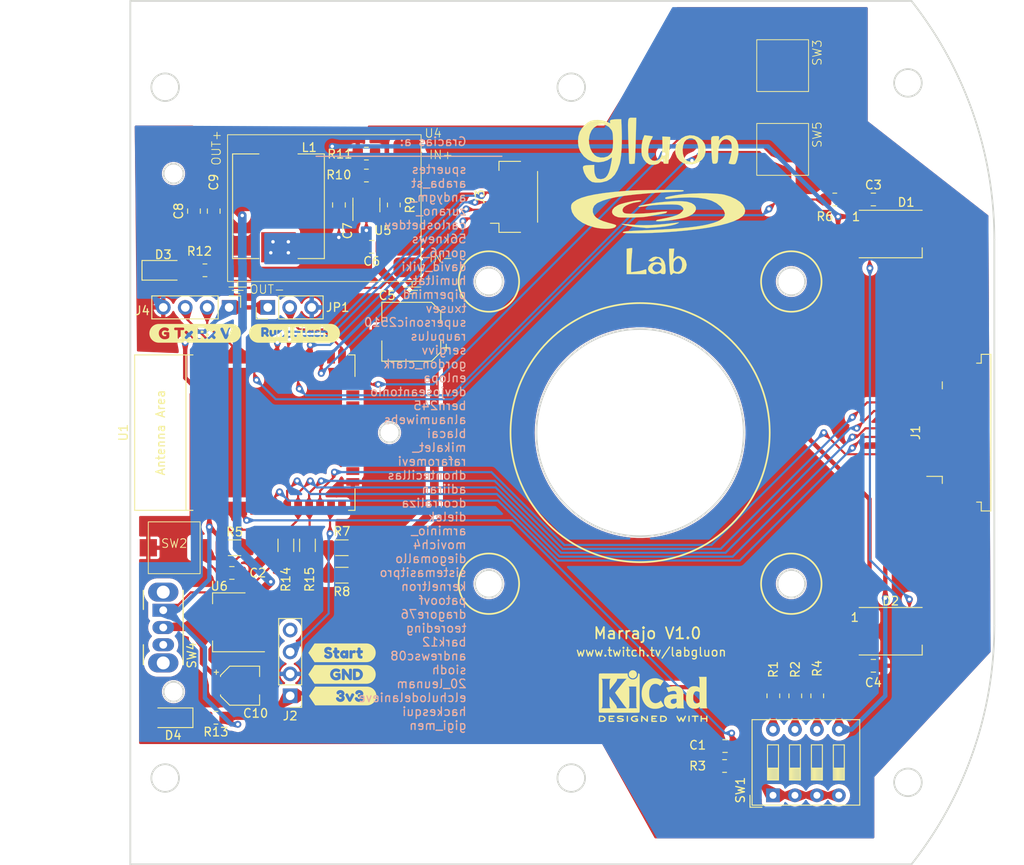
<source format=kicad_pcb>
(kicad_pcb (version 20240108) (generator "pcbnew") (generator_version "8.0")
  (layers (0 "F.Cu" signal) (31 "B.Cu" signal) (34 "B.Paste" user) (35 "F.Paste" user) (36 "B.SilkS" user "B.Silkscreen") (37 "F.SilkS" user "F.Silkscreen") (38 "B.Mask" user) (39 "F.Mask" user) (44 "Edge.Cuts" user))
  (net 0 "")
  (net 1 "Net-(U1-EN{slash}CHIP_PU)")
  (net 2 "GND")
  (net 3 "+5V")
  (net 4 "Net-(U5-SW)")
  (net 5 "Net-(U5-VBST)")
  (net 6 "/V_BATT")
  (net 7 "/Power/3v3")
  (net 8 "/CONFIG")
  (net 9 "Net-(D1-DOUT)")
  (net 10 "Net-(D1-DIN)")
  (net 11 "+3V3")
  (net 12 "/START")
  (net 13 "/KILL")
  (net 14 "/MOSFET_PWM")
  (net 15 "/V1")
  (net 16 "/V2")
  (net 17 "/SCL")
  (net 18 "/SDA")
  (net 21 "/MOTOR_1")
  (net 22 "/MOTOR_2")
  (net 23 "/MOTOR_3")
  (net 24 "/MOTOR_4")
  (net 25 "/ENC_1A")
  (net 26 "/ENC_1B")
  (net 27 "/ENC_2A")
  (net 28 "/ENC_2B")
  (net 31 "/V_BATT_SENSE")
  (net 32 "Net-(R1-Pad1)")
  (net 33 "Net-(R2-Pad1)")
  (net 34 "Net-(R4-Pad1)")
  (net 35 "Net-(U5-EN)")
  (net 36 "Net-(U1-GPIO5)")
  (net 37 "Net-(U1-ADC2_CH2{slash}GPIO2)")
  (net 38 "Net-(U5-VFB)")
  (net 49 "/UART_RX")
  (net 52 "/UART_TX")
  (net 53 "/BOOT_SELECT")
  (net 54 "/RGB_PIN")
  (net 55 "Net-(D3-A)")
  (net 56 "Net-(D4-A)")
  (footprint "Resistor_SMD:R_1206_3216Metric_Pad1.30x1.75mm_HandSolder" (layer "F.Cu") (at 107.095 105.735 180)
    (property "Reference" "R5")
    (property "Value" "10k")
  )
  (footprint "Resistor_SMD:R_0805_2012Metric_Pad1.20x1.40mm_HandSolder" (layer "F.Cu") (at 163.81 131.008)
    (property "Reference" "R3")
    (property "Value" "2k2")
  )
  (footprint "Capacitor_SMD:CP_Elec_4x5.3" (layer "F.Cu") (at 107.73 121.707)
    (property "Reference" "C10")
    (property "Value" "C_Polarized_US")
  )
  (footprint "Connector_PinHeader_2.54mm:PinHeader_1x04_P2.54mm_Vertical" (layer "F.Cu") (at 113.53 122.88 180)
    (property "Reference" "J2")
    (property "Value" "StartModule")
  )
  (footprint "Resistor_SMD:R_0805_2012Metric_Pad1.20x1.40mm_HandSolder" (layer "F.Cu") (at 103.666 73.604 180)
    (property "Reference" "R12")
    (property "Value" "4k7")
  )
  (footprint "kibuzzard-65DCBF71" (layer "F.Cu") (at 114.03 80.9)
    (property "Reference" "kibuzzard-65DCBF71" (hide yes))
    (property "Value" "G***" (hide yes))
  )
  (footprint "switches:SKPMANE010 _Silicone_6x6mm" (layer "F.Cu") (at 170.53 49.9 90)
    (property "Reference" "SW3")
    (property "Value" "Push2")
  )
  (footprint "switches:SS12D07VG2" (layer "F.Cu") (at 98.84 112.97 -90)
    (property "Reference" "SW4")
    (property "Value" "SW_Push_SPDT")
  )
  (footprint "switches:SKPMANE010 _Silicone_6x6mm" (layer "F.Cu") (at 170.53 59.6 90)
    (property "Reference" "SW5")
    (property "Value" "Start")
  )
  (footprint "LED_SMD:LED_1206_3216Metric_Pad1.42x1.75mm_HandSolder" (layer "F.Cu") (at 99.811 125.42 180)
    (property "Reference" "D4")
    (property "Value" "3v3")
  )
  (footprint "Capacitor_SMD:C_0805_2012Metric_Pad1.18x1.45mm_HandSolder" (layer "F.Cu") (at 122.97 70.884 180)
    (property "Reference" "C6")
    (property "Value" "22u")
  )
  (footprint "Button_Switch_THT:SW_DIP_SPSTx04_Slide_9.78x12.34mm_W7.62mm_P2.54mm" (layer "F.Cu") (at 169.41 134.4 90)
    (property "Reference" "SW1")
    (property "Value" "SW_DIP_x04")
  )
  (footprint "Resistor_SMD:R_0805_2012Metric_Pad1.20x1.40mm_HandSolder" (layer "F.Cu") (at 174.532 122.88 90)
    (property "Reference" "R4")
    (property "Value" "1k")
  )
  (footprint "Capacitor_SMD:C_0805_2012Metric_Pad1.18x1.45mm_HandSolder" (layer "F.Cu") (at 104.682 66.746 -90)
    (property "Reference" "C9")
    (property "Value" "22u")
  )
  (footprint "Capacitor_SMD:CP_Elec_6.3x5.4" (layer "F.Cu") (at 127.548 80.716 180)
    (property "Reference" "C5")
    (property "Value" "100u")
  )
  (footprint "LED_SMD:LED_WS2812B_PLCC4_5.0x5.0mm_P3.2mm" (layer "F.Cu") (at 183.03 69.4)
    (property "Reference" "D1")
    (property "Value" "WS2812B")
  )
  (footprint "Resistor_SMD:R_0805_2012Metric_Pad1.20x1.40mm_HandSolder" (layer "F.Cu") (at 171.992 122.88 90)
    (property "Reference" "R2")
    (property "Value" "2k2")
  )
  (footprint "Resistor_SMD:R_1206_3216Metric_Pad1.30x1.75mm_HandSolder" (layer "F.Cu") (at 119.515 108.91)
    (property "Reference" "R8")
    (property "Value" "10k")
  )
  (footprint "Capacitor_SMD:C_0805_2012Metric_Pad1.18x1.45mm_HandSolder" (layer "F.Cu") (at 106.78 108.65)
    (property "Reference" "C2")
    (property "Value" "100nF")
  )
  (footprint "Package_TO_SOT_SMD:SOT-23-6" (layer "F.Cu") (at 122.351 66.0365 90)
    (property "Reference" "U5")
    (property "Value" "TPS563201")
  )
  (footprint "Capacitor_SMD:C_0805_2012Metric_Pad1.18x1.45mm_HandSolder" (layer "F.Cu") (at 181.03 119.4)
    (property "Reference" "C4")
    (property "Value" "100nF")
  )
  (footprint "kibuzzard-65DCBFCA" (layer "F.Cu") (at 102.53 80.9)
    (property "Reference" "kibuzzard-65DCBFCA" (hide yes))
    (property "Value" "G***" (hide yes))
  )
  (footprint "LED_SMD:LED_WS2812B_PLCC4_5.0x5.0mm_P3.2mm" (layer "F.Cu") (at 183.03 115.4)
    (property "Reference" "D2")
    (property "Value" "WS2812B")
  )
  (footprint "kibuzzard-65DCBE20" (layer "F.Cu") (at 119.53 117.9)
    (property "Reference" "kibuzzard-65DCBE20" (hide yes))
    (property "Value" "G***" (hide yes))
  )
  (footprint "LED_SMD:LED_1206_3216Metric_Pad1.42x1.75mm_HandSolder" (layer "F.Cu") (at 98.84 73.604)
    (property "Reference" "D3")
    (property "Value" "vBatt")
  )
  (footprint "Resistor_SMD:R_0805_2012Metric_Pad1.20x1.40mm_HandSolder" (layer "F.Cu") (at 122.351 60.089 180)
    (property "Reference" "R11")
    (property "Value" "54k9")
  )
  (footprint "GluonLib:LogoGluon_25mm" (layer "F.Cu") (at 156.03 64.4)
    (property "Reference" "G***" (hide yes))
    (property "Value" "LOGO" (hide yes))
  )
  (footprint "Resistor_SMD:R_0805_2012Metric_Pad1.20x1.40mm_HandSolder" (layer "F.Cu") (at 125.526 66.0365 -90)
    (property "Reference" "R9")
    (property "Value" "10k")
  )
  (footprint "Resistor_SMD:R_1206_3216Metric_Pad1.30x1.75mm_HandSolder" (layer "F.Cu") (at 119.515 105.735 180)
    (property "Reference" "R7")
    (property "Value" "47k")
  )
  (footprint "Capacitor_SMD:C_0805_2012Metric_Pad1.18x1.45mm_HandSolder" (layer "F.Cu") (at 119.176 66.0365 -90)
    (property "Reference" "C7")
    (property "Value" "100n")
  )
  (footprint "kibuzzard-65DCBE28" (layer "F.Cu") (at 119.605406 122.9)
    (property "Reference" "kibuzzard-65DCBE28" (hide yes))
    (property "Value" "G***" (hide yes))
  )
  (footprint "Capacitor_SMD:C_0805_2012Metric_Pad1.18x1.45mm_HandSolder" (layer "F.Cu") (at 181.03 65.4)
    (property "Reference" "C3")
    (property "Value" "100nF")
  )
  (footprint "kibuzzard-65DCBE24" (layer "F.Cu") (at 119.53 120.4)
    (property "Reference" "kibuzzard-65DCBE24" (hide yes))
    (property "Value" "G***" (hide yes))
  )
  (footprint "modulos:5v-Reg" (layer "F.Cu") (at 117.485 66.4)
    (property "Reference" "U4")
    (property "Value" "~")
  )
  (footprint "Resistor_SMD:R_1206_3216Metric_Pad1.30x1.75mm_HandSolder" (layer "F.Cu") (at 115.53 105.45 -90)
    (property "Reference" "R15")
    (property "Value" "2k")
  )
  (footprint "switches:SKPMANE010 _Silicone_6x6mm" (layer "F.Cu") (at 100.11 105.735)
    (property "Reference" "SW2")
    (property "Value" "SW_Push")
  )
  (footprint "Espressif:ESP32-WROOM-32E" (layer "F.Cu") (at 110.03 92.4 90)
    (property "Reference" "U1")
    (property "Value" "ESP32-WROOM-E")
  )
  (footprint "Inductor_SMD:L_Chilisin_BMRF00101040" (layer "F.Cu") (at 112.175 66.185 90)
    (property "Reference" "L1")
    (property "Value" "3u3")
  )
  (footprint "Resistor_SMD:R_1206_3216Metric_Pad1.30x1.75mm_HandSolder" (layer "F.Cu") (at 113.03 105.45 -90)
    (property "Reference" "R14")
    (property "Value" "2k")
  )
  (footprint "Package_TO_SOT_SMD:SOT-223-3_TabPin2" (layer "F.Cu") (at 106.46 114.367 180)
    (property "Reference" "U6")
    (property "Value" "AMS1117-3.3")
  )
  (footprint "Symbol:KiCad-Logo2_5mm_SilkScreen" (layer "F.Cu") (at 155.53 122.9)
    (property "Reference" "REF**" (hide yes))
    (property "Value" "KiCad-Logo2_5mm_SilkScreen" (hide yes))
  )
  (footprint "Connector_FFC-FPC:TE_1-84952-0_1x10-1MP_P1.0mm_Horizontal" (layer "F.Cu") (at 189.915 92.4 90)
    (property "Reference" "J1")
    (property "Value" "Morro")
  )
  (footprint "Connector_PinHeader_2.54mm:PinHeader_1x04_P2.54mm_Vertical" (layer "F.Cu") (at 106.465 77.9 -90)
    (property "Reference" "J4")
    (property "Value" "UART")
  )
  (footprint "Connector_PinHeader_2.54mm:PinHeader_1x03_P2.54mm_Vertical" (layer "F.Cu") (at 110.935 77.9 90)
    (property "Reference" "JP1")
    (property "Value" "BOOT_SELECT")
  )
  (footprint "Connector_JST:JST_SH_SM06B-SRSS-TB_1x06-1MP_P1.00mm_Horizontal" (layer "F.Cu") (at 139.48 65.095 90)
    (property "Reference" "J3")
    (property "Value" "4en1")
  )
  (footprint "Resistor_SMD:R_0805_2012Metric_Pad1.20x1.40mm_HandSolder" (layer "F.Cu") (at 122.351 62.629 180)
    (property "Reference" "R10")
    (property "Value" "10k")
  )
  (footprint "Resistor_SMD:R_0805_2012Metric_Pad1.20x1.40mm_HandSolder" (layer "F.Cu") (at 169.452 122.88 90)
    (property "Reference" "R1")
    (property "Value" "4k7")
  )
  (footprint "Capacitor_SMD:C_0805_2012Metric_Pad1.18x1.45mm_HandSolder" (layer "F.Cu") (at 163.864 128.7 180)
    (property "Reference" "C1")
    (property "Value" "100nF")
  )
  (footprint "Capacitor_SMD:C_0805_2012Metric_Pad1.18x1.45mm_HandSolder" (layer "F.Cu") (at 102.396 66.746 -90)
    (property "Reference" "C8")
    (property "Value" "22u")
  )
  (footprint "Resistor_SMD:R_0805_2012Metric_Pad1.20x1.40mm_HandSolder" (layer "F.Cu") (at 176.564 65.405 180)
    (property "Reference" "R6")
    (property "Value" "470")
  )
  (footprint "Resistor_SMD:R_0805_2012Metric_Pad1.20x1.40mm_HandSolder" (layer "F.Cu") (at 104.936 125.42 180)
    (property "Reference" "R13")
    (property "Value" "1k")
  )
  (gr_line (start 138.03 60.4) (end 116.53 60.4) (stroke (width 0.15)) (layer "B.SilkS"))
  (gr_circle (center 136.53 74.9) (end 140.03 74.9) (stroke (width 0.2)) (fill none) (layer "F.SilkS"))
  (gr_circle (center 154.03 92.4) (end 169.03 92.4) (stroke (width 0.2)) (fill none) (layer "F.SilkS"))
  (gr_circle (center 171.53 109.9) (end 175.03 109.9) (stroke (width 0.2)) (fill none) (layer "F.SilkS"))
  (gr_circle (center 136.53 109.9) (end 140.03 109.9) (stroke (width 0.2)) (fill none) (layer "F.SilkS"))
  (gr_circle (center 171.53 74.9) (end 175.03 74.9) (stroke (width 0.2)) (fill none) (layer "F.SilkS"))
  (gr_circle (center 146.06 52.4) (end 146.06 54) (stroke (width 0.2)) (fill none) (layer "Edge.Cuts"))
  (gr_circle (center 185.03 51.9) (end 185.03 53.5) (stroke (width 0.2)) (fill none) (layer "Edge.Cuts"))
  (gr_circle (center 185.03 132.9) (end 185.03 134.5) (stroke (width 0.2)) (fill none) (layer "Edge.Cuts"))
  (gr_circle (center 99.06 132.4) (end 99.06 134) (stroke (width 0.2)) (fill none) (layer "Edge.Cuts"))
  (gr_circle (center 99.06 52.4) (end 99.06 54) (stroke (width 0.2)) (fill none) (layer "Edge.Cuts"))
  (gr_circle (center 136.53 74.9) (end 136.53 76.5) (stroke (width 0.2)) (fill none) (layer "Edge.Cuts"))
  (gr_circle (center 171.53 109.9) (end 171.53 111.5) (stroke (width 0.2)) (fill none) (layer "Edge.Cuts"))
  (gr_arc (start 185.429304 42.4) (mid 192.561491 55.409678) (end 195.03 70.039314) (stroke (width 0.2)) (layer "Edge.Cuts"))
  (gr_circle (center 146.06 132.4) (end 146.06 134) (stroke (width 0.2)) (fill none) (layer "Edge.Cuts"))
  (gr_line (start 95.03 42.4) (end 95.03 142.4) (stroke (width 0.2)) (layer "Edge.Cuts"))
  (gr_circle (center 125.03 92.4) (end 125.03 93.55) (stroke (width 0.2)) (fill none) (layer "Edge.Cuts"))
  (gr_line (start 195.03 70.039314) (end 195.03 114.76068) (stroke (width 0.2)) (layer "Edge.Cuts"))
  (gr_line (start 95.03 42.4) (end 185.429304 42.4) (stroke (width 0.2)) (layer "Edge.Cuts"))
  (gr_line (start 95.03 142.4) (end 185.429305 142.4) (stroke (width 0.2)) (layer "Edge.Cuts"))
  (gr_circle (center 154.03 92.4) (end 154.03 104.4) (stroke (width 0.2)) (fill none) (layer "Edge.Cuts"))
  (gr_circle (center 171.53 74.9) (end 171.53 76.5) (stroke (width 0.2)) (fill none) (layer "Edge.Cuts"))
  (gr_arc (start 195.03 114.76068) (mid 192.561491 129.390319) (end 185.429305 142.4) (stroke (width 0.2)) (layer "Edge.Cuts"))
  (gr_circle (center 100.03 62.4) (end 100.03 63.55) (stroke (width 0.2)) (fill none) (layer "Edge.Cuts"))
  (gr_circle (center 100.03 122.4) (end 100.03 123.55) (stroke (width 0.2)) (fill none) (layer "Edge.Cuts"))
  (gr_circle (center 136.53 109.9) (end 136.53 111.5) (stroke (width 0.2)) (fill none) (layer "Edge.Cuts"))
  (gr_text "Gracias a:\n\nspuertes\naraba_st\nandygm_\nzurano_\ncarlosbetdev\n56knews\ngorn6_\ndavid_wiki\nhumiltat\npipermind\ntxusev\nsupersonic2510\nraupulus\nsergivv\ngordon_clark\nenlopa\ndevjoseantonio\nbern245\nalnaumiwebs\nblacai\nmikalet_\nrafaromevi\ndhontecillas\nadiiran\ndcorraliza\ndielek\narminio_\nmovich4\ndiegomallo\nsistemasitpro\nkerneltron\npatoovf\ndragore76\nteoreding\nbark12\nandrewsc08\nsiodh\n20_leunam\nelchulodelanieve\nhackesqui\ngigi_men" (at 134.03 126.9 0) (layer "B.SilkS") (effects (font (size 1 1)) (justify left bottom mirror)))
  (gr_text "Marrajo V1.0" (at 148.53 116.4 0) (layer "F.SilkS") (effects (font (size 1.3 1.3) (thickness 0.2)) (justify left bottom)))
  (gr_text "www.twitch.tv/labgluon" (at 146.53 118.4 0) (layer "F.SilkS") (effects (font (size 1 1)) (justify left bottom)))
  (segment (start 103.11 106.5175) (end 103.11 105.735) (width 0.25) (layer "F.Cu") (net 1))
  (segment (start 105.56 102.65) (end 108.645 105.735) (width 0.25) (layer "F.Cu") (net 1))
  (segment (start 103.11 105.735) (end 104.435 107.06) (width 0.25) (layer "F.Cu") (net 1))
  (segment (start 104.435 107.06) (end 107.32 107.06) (width 0.25) (layer "F.Cu") (net 1))
  (segment (start 107.32 107.06) (end 108.645 105.735) (width 0.25) (layer "F.Cu") (net 1))
  (segment (start 105.2425 108.65) (end 103.11 106.5175) (width 0.25) (layer "F.Cu") (net 1))
  (segment (start 105.56 101.15) (end 105.56 102.65) (width 0.25) (layer "F.Cu") (net 1))
  (segment (start 105.7425 108.65) (end 105.2425 108.65) (width 0.25) (layer "F.Cu") (net 1))
  (segment (start 106.878 73.26) (end 105.317 71.699) (width 0.5) (layer "F.Cu") (net 2))
  (segment (start 129.701 73.35) (end 129.611 73.26) (width 0.5) (layer "F.Cu") (net 2))
  (segment (start 130.39 70.76) (end 130.53 70.9) (width 0.5) (layer "F.Cu") (net 2))
  (segment (start 97.11 105.735) (end 98.435 105.735) (width 0.25) (layer "F.Cu") (net 2))
  (segment (start 127.085 73.26) (end 129.611 73.26) (width 0.5) (layer "F.Cu") (net 2))
  (segment (start 127.085 68.955) (end 127.03 68.9) (width 0.5) (layer "F.Cu") (net 2))
  (segment (start 102.976878 123.741622) (end 107.495378 123.741622) (width 0.5) (layer "F.Cu") (net 2))
  (segment (start 127.085 73.26) (end 127.085 73.782) (width 0.5) (layer "F.Cu") (net 2))
  (segment (start 127.085 70.76) (end 130.39 70.76) (width 0.5) (layer "F.Cu") (net 2))
  (segment (start 127.085 70.76) (end 127.085 68.955) (width 0.5) (layer "F.Cu") (net 2))
  (segment (start 101.2985 125.42) (end 102.976878 123.741622) (width 0.5) (layer "F.Cu") (net 2))
  (segment (start 107.885 73.26) (end 106.878 73.26) (width 0.5) (layer "F.Cu") (net 2))
  (segment (start 107.495378 123.741622) (end 109.53 121.707) (width 0.5) (layer "F.Cu") (net 2))
  (segment (start 98.435 105.735) (end 103.02 101.15) (width 0.25) (layer "F.Cu") (net 2))
  (segment (start 106.256 70.76) (end 107.885 70.76) (width 0.5) (layer "F.Cu") (net 2))
  (segment (start 105.317 71.699) (end 106.256 70.76) (width 0.5) (layer "F.Cu") (net 2))
  (segment (start 127.085 73.782) (end 128.812 75.509) (width 0.5) (layer "F.Cu") (net 2))
  (segment (start 97.53 76.585) (end 97.53 76.4) (width 0.25) (layer "B.Cu") (net 2))
  (segment (start 98.845 77.9) (end 97.53 76.585) (width 0.25) (layer "B.Cu") (net 2))
  (segment (start 180.58 113.75) (end 180.58 100.099) (width 0.5) (layer "F.Cu") (net 3))
  (segment (start 178.85 118.2575) (end 179.9925 119.4) (width 0.5) (layer "F.Cu") (net 3))
  (segment (start 179.9925 65.4) (end 178.0115 67.381) (width 0.5) (layer "F.Cu") (net 3))
  (segment (start 180.58 113.75) (end 178.85 115.48) (width 0.5) (layer "F.Cu") (net 3))
  (segment (start 109.61 111.348) (end 111.286 109.672) (width 1) (layer "F.Cu") (net 3))
  (segment (start 178.0115 67.381) (end 176.945 67.381) (width 0.5) (layer "F.Cu") (net 3))
  (segment (start 173.643 93.162) (end 173.643 90.749) (width 0.5) (layer "F.Cu") (net 3))
  (segment (start 107.984 67.254) (end 106.4385 65.7085) (width 1) (layer "F.Cu") (net 3))
  (segment (start 173.643 90.749) (end 176.945 87.447) (width 0.5) (layer "F.Cu") (net 3))
  (segment (start 106.4385 65.7085) (end 104.682 65.7085) (width 1) (layer "F.Cu") (net 3))
  (segment (start 179.9925 65.4) (end 179.9925 67.1625) (width 0.5) (layer "F.Cu") (net 3))
  (segment (start 178.85 115.48) (end 178.85 118.2575) (width 0.5) (layer "F.Cu") (net 3))
  (segment (start 179.9925 67.1625) (end 180.58 67.75) (width 0.5) (layer "F.Cu") (net 3))
  (segment (start 180.58 100.099) (end 173.643 93.162) (width 0.5) (layer "F.Cu") (net 3))
  (segment (start 109.61 112.067) (end 109.61 111.348) (width 1) (layer "F.Cu") (net 3))
  (segment (start 176.945 87.447) (end 176.945 67.381) (width 0.5) (layer "F.Cu") (net 3))
  (via (at 176.945 67.381) (size 0.8) (drill 0.4) (layers "F.Cu" "B.Cu") (net 3))
  (via (at 118.398 59.253) (size 0.8) (drill 0.4) (layers "F.Cu" "B.Cu") (net 3))
  (via (at 107.984 67.254) (size 0.8) (drill 0.4) (layers "F.Cu" "B.Cu") (net 3))
  (via (at 111.286 109.672) (size 0.8) (drill 0.4) (layers "F.Cu" "B.Cu") (net 3))
  (segment (start 108.015 80.278) (end 107.392 80.901) (width 1) (layer "B.Cu") (net 3))
  (segment (start 107.984 72.804525) (end 108.015 72.835525) (width 1) (layer "B.Cu") (net 3))
  (segment (start 176.945 67.381) (end 168.817 59.253) (width 0.5) (layer "B.Cu") (net 3))
  (segment (start 107.392 105.778) (end 111.286 109.672) (width 1) (layer "B.Cu") (net 3))
  (segment (start 107.392 80.901) (end 107.392 105.778) (width 1) (layer "B.Cu") (net 3))
  (segment (start 108.015 72.835525) (end 108.015 80.278) (width 1) (layer "B.Cu") (net 3))
  (segment (start 168.817 59.253) (end 118.398 59.253) (width 0.5) (layer "B.Cu") (net 3))
  (segment (start 107.984 67.254) (end 107.984 72.804525) (width 1) (layer "B.Cu") (net 3))
  (segment (start 119.176 69.778) (end 119.176 67.074) (width 0.25) (layer "F.Cu") (net 4))
  (segment (start 119.16 69.794) (end 119.176 69.778) (width 0.25) (layer "F.Cu") (net 4))
  (segment (start 122.351 67.174) (end 122.351 68.979) (width 0.25) (layer "F.Cu") (net 4))
  (via (at 122.351 68.979) (size 0.8) (drill 0.4) (layers "F.Cu" "B.Cu") (net 4))
  (via (at 113.318 70.302) (size 0.8) (drill 0.4) (layers "F.Cu" "B.Cu") (net 4))
  (via (at 111.286 71.572) (size 0.8) (drill 0.4) (layers "F.Cu" "B.Cu") (net 4))
  (via (at 111.54 70.302) (size 0.8) (drill 0.4) (layers "F.Cu" "B.Cu") (net 4))
  (via (at 119.16 69.794) (size 0.8) (drill 0.4) (layers "F.Cu" "B.Cu") (net 4))
  (via (at 113.318 71.572) (size 0.8) (drill 0.4) (layers "F.Cu" "B.Cu") (net 4))
  (segment (start 119.176 64.999) (end 121.3685 64.999) (width 0.25) (layer "F.Cu") (net 5))
  (segment (start 121.3685 64.999) (end 121.401 65.0315) (width 0.25) (layer "F.Cu") (net 5))
  (segment (start 130.215 79.795146) (end 125.020927 74.601073) (width 1) (layer "F.Cu") (net 6))
  (segment (start 123.4385 67.0365) (end 123.301 67.174) (width 0.25) (layer "F.Cu") (net 6))
  (segment (start 131.14 63.595) (end 137.48 63.595) (width 1) (layer "F.Cu") (net 6))
  (segment (start 125.526 68.059) (end 125.526 67.0365) (width 1) (layer "F.Cu") (net 6))
  (segment (start 127.085 66.1775) (end 126.226 67.0365) (width 1) (layer "F.Cu") (net 6))
  (segment (start 127.9875 60.4425) (end 131.14 63.595) (width 1) (layer "F.Cu") (net 6))
  (segment (start 125.77 105.735) (end 130.215 101.29) (width 1) (layer "F.Cu") (net 6))
  (segment (start 127.085 62.04) (end 127.085 61.345) (width 1) (layer "F.Cu") (net 6))
  (segment (start 127.085 62.04) (end 127.085 66.1775) (width 1) (layer "F.Cu") (net 6))
  (segment (start 106.698 75.636) (end 123.986 75.636) (width 0.25) (layer "F.Cu") (net 6))
  (segment (start 125.020927 74.601073) (end 124.0075 73.587646) (width 1) (layer "F.Cu") (net 6))
  (segment (start 126.226 67.0365) (end 125.526 67.0365) (width 1) (layer "F.Cu") (net 6))
  (segment (start 104.666 73.604) (end 106.698 75.636) (width 0.25) (layer "F.Cu") (net 6))
  (segment (start 124.0075 70.884) (end 124.0075 69.5775) (width 1) (layer "F.Cu") (net 6))
  (segment (start 125.526 67.0365) (end 123.4385 67.0365) (width 0.25) (layer "F.Cu") (net 6))
  (segment (start 124.0075 69.5775) (end 125.526 68.059) (width 1) (layer "F.Cu") (net 6))
  (segment (start 130.215 101.29) (end 130.215 79.795146) (width 1) (layer "F.Cu") (net 6))
  (segment (start 124.0075 73.587646) (end 124.0075 70.884) (width 1) (layer "F.Cu") (net 6))
  (segment (start 127.085 59.54) (end 127.9875 60.4425) (width 1) (layer "F.Cu") (net 6))
  (segment (start 121.065 105.735) (end 125.77 105.735) (width 1) (layer "F.Cu") (net 6))
  (segment (start 123.986 75.636) (end 125.020927 74.601073) (width 0.25) (layer "F.Cu") (net 6))
  (segment (start 127.085 61.345) (end 127.9875 60.4425) (width 1) (layer "F.Cu") (net 6))
  (segment (start 127.085 62.04) (end 127.085 59.54) (width 1) (layer "F.Cu") (net 6))
  (segment (start 103.31 114.367) (end 109.61 114.367) (width 0.5) (layer "F.Cu") (net 7))
  (segment (start 100.11 114.885) (end 102.792 114.885) (width 1) (layer "F.Cu") (net 7))
  (segment (start 103.31 119.087) (end 103.31 114.367) (width 0.5) (layer "F.Cu") (net 7))
  (segment (start 105.93 121.707) (end 103.31 119.087) (width 0.5) (layer "F.Cu") (net 7))
  (segment (start 171.95 134.4) (end 169.41 134.4) (width 0.5) (layer "F.Cu") (net 8))
  (segment (start 166.018 131.008) (end 164.81 131.008) (width 0.5) (layer "F.Cu") (net 8))
  (segment (start 169.41 134.4) (end 166.018 131.008) (width 0.5) (layer "F.Cu") (net 8))
  (segment (start 164.9015 130.9165) (end 164.81 131.008) (width 0.5) (layer "F.Cu") (net 8))
  (segment (start 177.03 134.4) (end 174.49 134.4) (width 0.5) (layer "F.Cu") (net 8))
  (segment (start 164.9015 128.7) (end 164.9015 130.9165) (width 0.5) (layer "F.Cu") (net 8))
  (segment (start 108.1 101.15) (end 108.1 102.168) (width 0.25) (layer "F.Cu") (net 8))
  (segment (start 164.626 128.4245) (end 164.9015 128.7) (width 0.25) (layer "F.Cu") (net 8))
  (segment (start 171.95 134.4) (end 174.49 134.4) (width 0.5) (layer "F.Cu") (net 8))
  (segment (start 108.1 102.168) (end 108.492 102.56) (width 0.25) (layer "F.Cu") (net 8))
  (segment (start 164.626 127.198) (end 164.626 128.4245) (width 0.25) (layer "F.Cu") (net 8))
  (via (at 108.492 102.56) (size 0.8) (drill 0.4) (layers "F.Cu" "B.Cu") (net 8))
  (via (at 164.626 127.198) (size 0.8) (drill 0.4) (layers "F.Cu" "B.Cu") (net 8))
  (segment (start 139.223208 102.56) (end 163.861208 127.198) (width 0.25) (layer "B.Cu") (net 8))
  (segment (start 163.861208 127.198) (end 164.626 127.198) (width 0.25) (layer "B.Cu") (net 8))
  (segment (start 108.492 102.56) (end 139.223208 102.56) (width 0.25) (layer "B.Cu") (net 8))
  (segment (start 180.58 71.05) (end 180.58 73.302) (width 0.25) (layer "F.Cu") (net 9))
  (segment (start 180.58 73.302) (end 180.628 73.35) (width 0.25) (layer "F.Cu") (net 9))
  (segment (start 185.2 113.47) (end 185.48 113.75) (width 0.25) (layer "F.Cu") (net 9))
  (segment (start 185.2 111.704) (end 185.2 113.47) (width 0.25) (layer "F.Cu") (net 9))
  (via (at 180.628 73.35) (size 0.8) (drill 0.4) (layers "F.Cu" "B.Cu") (net 9))
  (via (at 185.2 111.704) (size 0.8) (drill 0.4) (layers "F.Cu" "B.Cu") (net 9))
  (segment (start 180.628 107.132) (end 185.2 111.704) (width 0.25) (layer "B.Cu") (net 9))
  (segment (start 180.628 73.35) (end 180.628 107.132) (width 0.25) (layer "B.Cu") (net 9))
  (segment (start 185.48 66.518) (end 185.48 67.75) (width 0.25) (layer "F.Cu") (net 10))
  (segment (start 179.017 63.952) (end 182.914 63.952) (width 0.25) (layer "F.Cu") (net 10))
  (segment (start 177.564 65.405) (end 179.017 63.952) (width 0.25) (layer "F.Cu") (net 10))
  (segment (start 182.914 63.952) (end 185.48 66.518) (width 0.25) (layer "F.Cu") (net 10))
  (segment (start 112.18 107) (end 108.28 110.9) (width 0.25) (layer "F.Cu") (net 11))
  (segment (start 108.28 110.9) (end 102.03 110.9) (width 0.25) (layer "F.Cu") (net 11))
  (segment (start 104.174 103.322) (end 104.174 101.266) (width 0.5) (layer "F.Cu") (net 11))
  (segment (start 188.115 95.9) (end 188.115 96.9) (width 0.5) (layer "F.Cu") (net 11))
  (segment (start 188.115 96.9) (end 188.115 96.978) (width 0.5) (layer "F.Cu") (net 11))
  (segment (start 107.476 126.182) (end 106.698 126.182) (width 0.5) (layer "F.Cu") (net 11))
  (segment (start 122.716 122.88) (end 123.716 121.88) (width 0.5) (layer "F.Cu") (net 11))
  (segment (start 186.089 99.004) (end 182.406 102.687) (width 0.5) (layer "F.Cu") (net 11))
  (segment (start 105.936 125.42) (end 110.99 125.42) (width 0.5) (layer "F.Cu") (net 11))
  (segment (start 174.532 121.88) (end 171.992 121.88) (width 0.25) (layer "F.Cu") (net 11))
  (segment (start 110.935 77.9) (end 106.465 77.9) (width 0.5) (layer "F.Cu") (net 11))
  (segment (start 177.03 123.092) (end 175.818 121.88) (width 0.25) (layer "F.Cu") (net 11))
  (segment (start 99.96 112.97) (end 98.84 112.97) (width 0.25) (layer "F.Cu") (net 11))
  (segment (start 104.174 101.266) (end 104.29 101.15) (width 0.5) (layer "F.Cu") (net 11))
  (segment (start 113.03 107) (end 112.18 107) (width 0.25) (layer "F.Cu") (net 11))
  (segment (start 105.545 104.693) (end 105.545 105.735) (width 0.5) (layer "F.Cu") (net 11))
  (segment (start 177.03 126.78) (end 177.03 123.092) (width 0.25) (layer "F.Cu") (net 11))
  (segment (start 104.174 103.322) (end 105.545 104.693) (width 0.5) (layer "F.Cu") (net 11))
  (segment (start 110.99 125.42) (end 113.53 122.88) (width 0.5) (layer "F.Cu") (net 11))
  (segment (start 169.452 121.88) (end 171.992 121.88) (width 0.25) (layer "F.Cu") (net 11))
  (segment (start 113.53 122.88) (end 122.716 122.88) (width 0.5) (layer "F.Cu") (net 11))
  (segment (start 102.03 110.9) (end 99.96 112.97) (width 0.25) (layer "F.Cu") (net 11))
  (segment (start 104.29 88.96) (end 101.38 86.05) (width 0.5) (layer "F.Cu") (net 11))
  (segment (start 101.38 86.05) (end 101.38 81.986) (width 0.5) (layer "F.Cu") (net 11))
  (segment (start 188.115 96.978) (end 186.089 99.004) (width 0.5) (layer "F.Cu") (net 11))
  (segment (start 123.716 121.88) (end 169.452 121.88) (width 0.5) (layer "F.Cu") (net 11))
  (segment (start 104.29 101.15) (end 104.29 88.96) (width 0.5) (layer "F.Cu") (net 11))
  (segment (start 175.818 121.88) (end 174.532 121.88) (width 0.25) (layer "F.Cu") (net 11))
  (segment (start 106.698 126.182) (end 105.936 125.42) (width 0.5) (layer "F.Cu") (net 11))
  (segment (start 182.406 102.687) (end 182.406 111.577) (width 0.5) (layer "F.Cu") (net 11))
  (segment (start 115.53 107) (end 113.03 107) (width 0.25) (layer "F.Cu") (net 11))
  (via (at 182.406 111.577) (size 0.8) (drill 0.4) (layers "F.Cu" "B.Cu") (net 11))
  (via (at 104.174 103.322) (size 0.8) (drill 0.4) (layers "F.Cu" "B.Cu") (net 11))
  (via (at 101.38 81.986) (size 0.8) (drill 0.4) (layers "F.Cu" "B.Cu") (net 11))
  (via (at 107.476 126.182) (size 0.8) (drill 0.4) (layers "F.Cu" "B.Cu") (net 11))
  (segment (start 102.142 80.716) (end 103.649 80.716) (width 0.5) (layer "B.Cu") (net 11))
  (segment (start 99.34 112.97) (end 103.666 117.296) (width 0.5) (layer "B.Cu") (net 11))
  (segment (start 100.59 112.97) (end 98.84 112.97) (width 0.5) (layer "B.Cu") (net 11))
  (segment (start 106.714 126.182) (end 107.476 126.182) (width 0.5) (layer "B.Cu") (net 11))
  (segment (start 182.406 122.88) (end 178.506 126.78) (width 0.5) (layer "B.Cu") (net 11))
  (segment (start 104.174 103.322) (end 104.174 109.386) (width 0.5) (layer "B.Cu") (net 11))
  (segment (start 178.506 126.78) (end 177.03 126.78) (width 0.5) (layer "B.Cu") (net 11))
  (segment (start 104.174 109.386) (end 100.59 112.97) (width 0.5) (layer "B.Cu") (net 11))
  (segment (start 103.649 80.716) (end 106.465 77.9) (width 0.5) (layer "B.Cu") (net 11))
  (segment (start 101.38 81.478) (end 102.142 80.716) (width 0.5) (layer "B.Cu") (net 11))
  (segment (start 98.84 112.97) (end 99.34 112.97) (width 0.5) (layer "B.Cu") (net 11))
  (segment (start 182.406 111.577) (end 182.406 122.88) (width 0.5) (layer "B.Cu") (net 11))
  (segment (start 103.666 117.296) (end 103.666 123.134) (width 0.5) (layer "B.Cu") (net 11))
  (segment (start 101.38 81.986) (end 101.38 81.478) (width 0.5) (layer "B.Cu") (net 11))
  (segment (start 103.666 123.134) (end 106.714 126.182) (width 0.5) (layer "B.Cu") (net 11))
  (segment (start 118.144 104.084) (end 118.144 101.266) (width 0.25) (layer "F.Cu") (net 12))
  (segment (start 118.144 101.266) (end 118.26 101.15) (width 0.25) (layer "F.Cu") (net 12))
  (via (at 118.144 104.084) (size 0.8) (drill 0.4) (layers "F.Cu" "B.Cu") (net 12))
  (segment (start 117.985 104.243) (end 117.985 113.345) (width 0.25) (layer "B.Cu") (net 12))
  (segment (start 118.144 104.084) (end 117.985 104.243) (width 0.25) (layer "B.Cu") (net 12))
  (segment (start 117.985 113.345) (end 113.53 117.8) (width 0.25) (layer "B.Cu") (net 12))
  (segment (start 188.115 94.9) (end 188.112 94.903) (width 0.25) (layer "F.Cu") (net 14))
  (segment (start 177.797 94.903) (end 175.294 92.4) (width 0.25) (layer "F.Cu") (net 14))
  (segment (start 116.99 99.151305) (end 116.99 101.15) (width 0.25) (layer "F.Cu") (net 14))
  (segment (start 188.112 94.903) (end 177.797 94.903) (width 0.25) (layer "F.Cu") (net 14))
  (segment (start 118.652 97.489305) (end 116.99 99.151305) (width 0.25) (layer "F.Cu") (net 14))
  (segment (start 118.652 96.972) (end 118.652 97.489305) (width 0.25) (layer "F.Cu") (net 14))
  (via (at 175.294 92.4) (size 0.8) (drill 0.4) (layers "F.Cu" "B.Cu") (net 14))
  (via (at 118.652 96.972) (size 0.8) (drill 0.4) (layers "F.Cu" "B.Cu") (net 14))
  (segment (start 162.282 105.412) (end 145.257188 105.412) (width 0.25) (layer "B.Cu") (net 14))
  (segment (start 136.817188 96.972) (end 118.652 96.972) (width 0.25) (layer "B.Cu") (net 14))
  (segment (start 175.294 92.4) (end 162.282 105.412) (width 0.25) (layer "B.Cu") (net 14))
  (segment (start 145.257188 105.412) (end 136.817188 96.972) (width 0.25) (layer "B.Cu") (net 14))
  (segment (start 188.115 92.9) (end 179.874 92.9) (width 0.25) (layer "F.Cu") (net 15))
  (segment (start 111.794 101.034) (end 111.91 101.15) (width 0.25) (layer "F.Cu") (net 15))
  (segment (start 111.794 99.766) (end 111.794 101.034) (width 0.25) (layer "F.Cu") (net 15))
  (segment (start 179.874 92.9) (end 178.596 94.178) (width 0.25) (layer "F.Cu") (net 15))
  (segment (start 112.302 99.258) (end 111.794 99.766) (width 0.25) (layer "F.Cu") (net 15))
  (via (at 112.302 99.258) (size 0.8) (drill 0.4) (layers "F.Cu" "B.Cu") (net 15))
  (via (at 178.596 94.178) (size 0.8) (drill 0.4) (layers "F.Cu" "B.Cu") (net 15))
  (segment (start 144.511604 107.212) (end 137.573604 100.274) (width 0.25) (layer "B.Cu") (net 15))
  (segment (start 137.573604 100.274) (end 113.318 100.274) (width 0.25) (layer "B.Cu") (net 15))
  (segment (start 113.318 100.274) (end 112.302 99.258) (width 0.25) (layer "B.Cu") (net 15))
  (segment (start 178.596 94.178) (end 165.562 107.212) (width 0.25) (layer "B.Cu") (net 15))
  (segment (start 165.562 107.212) (end 144.511604 107.212) (width 0.25) (layer "B.Cu") (net 15))
  (segment (start 180.121305 91.9) (end 179.113305 92.908) (width 0.25) (layer "F.Cu") (net 16))
  (segment (start 114.334 97.988) (end 113.18 99.142) (width 0.25) (layer "F.Cu") (net 16))
  (segment (start 179.113305 92.908) (end 178.596 92.908) (width 0.25) (layer "F.Cu") (net 16))
  (segment (start 113.18 99.142) (end 113.18 101.15) (width 0.25) (layer "F.Cu") (net 16))
  (segment (start 188.115 91.9) (end 180.121305 91.9) (width 0.25) (layer "F.Cu") (net 16))
  (via (at 114.334 97.988) (size 0.8) (drill 0.4) (layers "F.Cu" "B.Cu") (net 16))
  (via (at 178.596 92.908) (size 0.8) (drill 0.4) (layers "F.Cu" "B.Cu") (net 16))
  (segment (start 178.596 92.908) (end 164.742 106.762) (width 0.25) (layer "B.Cu") (net 16))
  (segment (start 164.742 106.762) (end 144.698 106.762) (width 0.25) (layer "B.Cu") (net 16))
  (segment (start 144.698 106.762) (end 137.448 99.512) (width 0.25) (layer "B.Cu") (net 16))
  (segment (start 115.858 99.512) (end 114.334 97.988) (width 0.25) (layer "B.Cu") (net 16))
  (segment (start 137.448 99.512) (end 115.858 99.512) (width 0.25) (layer "B.Cu") (net 16))
  (segment (start 181.096 89.9) (end 179.104 91.892) (width 0.25) (layer "F.Cu") (net 17))
  (segment (start 113.03 103.9) (end 114.45 102.48) (width 0.25) (layer "F.Cu") (net 17))
  (segment (start 115.858 97.988) (end 114.45 99.396) (width 0.25) (layer "F.Cu") (net 17))
  (segment (start 188.115 89.9) (end 181.096 89.9) (width 0.25) (layer "F.Cu") (net 17))
  (segment (start 114.45 102.48) (end 114.45 101.15) (width 0.25) (layer "F.Cu") (net 17))
  (segment (start 114.45 99.396) (end 114.45 101.15) (width 0.25) (layer "F.Cu") (net 17))
  (via (at 179.104 91.892) (size 0.8) (drill 0.4) (layers "F.Cu" "B.Cu") (net 17))
  (via (at 115.858 97.988) (size 0.8) (drill 0.4) (layers "F.Cu" "B.Cu") (net 17))
  (segment (start 137.322396 98.75) (end 144.884396 106.312) (width 0.25) (layer "B.Cu") (net 17))
  (segment (start 163.922 106.312) (end 178.342 91.892) (width 0.25) (layer "B.Cu") (net 17))
  (segment (start 144.884396 106.312) (end 163.922 106.312) (width 0.25) (layer "B.Cu") (net 17))
  (segment (start 178.342 91.892) (end 179.104 91.892) (width 0.25) (layer "B.Cu") (net 17))
  (segment (start 116.62 98.75) (end 137.322396 98.75) (width 0.25) (layer "B.Cu") (net 17))
  (segment (start 115.858 97.988) (end 116.62 98.75) (width 0.25) (layer "B.Cu") (net 17))
  (segment (start 182.98 88.9) (end 182.174 88.9) (width 0.25) (layer "F.Cu") (net 18))
  (segment (start 115.53 103.9) (end 115.78 103.65) (width 0.25) (layer "F.Cu") (net 18))
  (segment (start 181.680729 88.9) (end 182.174 88.9) (width 0.25) (layer "F.Cu") (net 18))
  (segment (start 181.470713 88.9) (end 181.680729 88.9) (width 0.25) (layer "F.Cu") (net 18))
  (segment (start 184.345 89.025) (end 184.345 88.9) (width 0.25) (layer "F.Cu") (net 18))
  (segment (start 180.820713 88.9) (end 181.470713 88.9) (width 0.25) (layer "F.Cu") (net 18))
  (segment (start 184.345 88.9) (end 184.345 88.572051) (width 0.25) (layer "F.Cu") (net 18))
  (segment (start 183.107051 88.9) (end 182.98 88.9) (width 0.25) (layer "F.Cu") (net 18))
  (segment (start 115.78 103.65) (end 115.78 101.21) (width 0.25) (layer "F.Cu") (net 18))
  (segment (start 185.28 89.15) (end 184.47 89.15) (width 0.25) (layer "F.Cu") (net 18))
  (segment (start 188.115 88.9) (end 185.53 88.9) (width 0.25) (layer "F.Cu") (net 18))
  (segment (start 115.78 101.21) (end 115.72 101.15) (width 0.25) (layer "F.Cu") (net 18))
  (segment (start 178.596 90.622) (end 180.318 88.9) (width 0.25) (layer "F.Cu") (net 18))
  (segment (start 115.72 99.396) (end 115.72 101.15) (width 0.25) (layer "F.Cu") (net 18))
  (segment (start 184.017051 88.244102) (end 183.762949 88.244102) (width 0.25) (layer "F.Cu") (net 18))
  (segment (start 180.318 88.9) (end 180.820713 88.9) (width 0.25) (layer "F.Cu") (net 18))
  (segment (start 117.128 97.988) (end 115.72 99.396) (width 0.25) (layer "F.Cu") (net 18))
  (via (at 117.128 97.988) (size 0.8) (drill 0.4) (layers "F.Cu" "B.Cu") (net 18))
  (via (at 178.596 90.622) (size 0.8) (drill 0.4) (layers "F.Cu" "B.Cu") (net 18))
  (arc (start 185.405 89.025) (mid 185.368388 89.113388) (end 185.28 89.15) (width 0.25) (layer "F.Cu") (net 18))
  (arc (start 185.53 88.9) (mid 185.441612 88.936612) (end 185.405 89.025) (width 0.25) (layer "F.Cu") (net 18))
  (arc (start 183.435 88.572051) (mid 183.338946 88.803946) (end 183.107051 88.9) (width 0.25) (layer "F.Cu") (net 18))
  (arc (start 184.345 88.572051) (mid 184.248946 88.340156) (end 184.017051 88.244102) (width 0.25) (layer "F.Cu") (net 18))
  (arc (start 184.47 89.15) (mid 184.381612 89.113388) (end 184.345 89.025) (width 0.25) (layer "F.Cu") (net 18))
  (arc (start 183.762949 88.244102) (mid 183.531054 88.340156) (end 183.435 88.572051) (width 0.25) (layer "F.Cu") (net 18))
  (segment (start 117.128 97.988) (end 137.196792 97.988) (width 0.25) (layer "B.Cu") (net 18))
  (segment (start 137.196792 97.988) (end 145.070792 105.862) (width 0.25) (layer "B.Cu") (net 18))
  (segment (start 163.356 105.862) (end 178.596 90.622) (width 0.25) (layer "B.Cu") (net 18))
  (segment (start 145.070792 105.862) (end 163.356 105.862) (width 0.25) (layer "B.Cu") (net 18))
  (segment (start 137.48 67.595) (end 133.823612 67.595) (width 0.25) (layer "F.Cu") (net 21))
  (segment (start 133.823612 67.595) (end 133.520306 67.898306) (width 0.25) (layer "F.Cu") (net 21))
  (segment (start 117.128 83.788) (end 116.99 83.65) (width 0.25) (layer "F.Cu") (net 21))
  (segment (start 117.128 85.542) (end 117.128 83.788) (width 0.25) (layer "F.Cu") (net 21))
  (via (at 133.520306 67.898306) (size 0.8) (drill 0.4) (layers "F.Cu" "B.Cu") (net 21))
  (via (at 117.128 85.542) (size 0.8) (drill 0.4) (layers "F.Cu" "B.Cu") (net 21))
  (segment (start 133.520306 69.149694) (end 117.128 85.542) (width 0.25) (layer "B.Cu") (net 21))
  (segment (start 133.520306 67.898306) (end 133.520306 69.149694) (width 0.25) (layer "B.Cu") (net 21))
  (segment (start 115.858 83.512) (end 115.72 83.65) (width 0.25) (layer "F.Cu") (net 22))
  (segment (start 115.858 82.24) (end 115.858 83.512) (width 0.25) (layer "F.Cu") (net 22))
  (segment (start 133.995 66.595) (end 133.896653 66.496653) (width 0.25) (layer "F.Cu") (net 22))
  (segment (start 137.48 66.595) (end 133.995 66.595) (width 0.25) (layer "F.Cu") (net 22))
  (via (at 115.858 82.24) (size 0.8) (drill 0.4) (layers "F.Cu" "B.Cu") (net 22))
  (via (at 133.896653 66.496653) (size 0.8) (drill 0.4) (layers "F.Cu" "B.Cu") (net 22))
  (segment (start 118.153306 82.24) (end 115.858 82.24) (width 0.25) (layer "B.Cu") (net 22))
  (segment (start 133.896653 66.496653) (end 118.153306 82.24) (width 0.25) (layer "B.Cu") (net 22))
  (segment (start 113.318 83.512) (end 113.18 83.65) (width 0.25) (layer "F.Cu") (net 23))
  (segment (start 137.48 65.595) (end 136.705001 65.595) (width 0.25) (layer "F.Cu") (net 23))
  (segment (start 113.318 81.741306) (end 113.318 83.512) (width 0.25) (layer "F.Cu") (net 23))
  (segment (start 136.705001 65.595) (end 136.570001 65.73) (width 0.25) (layer "F.Cu") (net 23))
  (segment (start 136.570001 65.73) (end 134.908 65.73) (width 0.25) (layer "F.Cu") (net 23))
  (segment (start 113.449653 81.609653) (end 113.318 81.741306) (width 0.25) (layer "F.Cu") (net 23))
  (via (at 134.908 65.73) (size 0.8) (drill 0.4) (layers "F.Cu" "B.Cu") (net 23))
  (via (at 113.449653 81.609653) (size 0.8) (drill 0.4) (layers "F.Cu" "B.Cu") (net 23))
  (segment (start 133.638 65.73) (end 118.144 81.224) (width 0.25) (layer "B.Cu") (net 23))
  (segment (start 118.144 81.224) (end 113.835306 81.224) (width 0.25) (layer "B.Cu") (net 23))
  (segment (start 134.908 65.73) (end 133.638 65.73) (width 0.25) (layer "B.Cu") (net 23))
  (segment (start 113.835306 81.224) (end 113.449653 81.609653) (width 0.25) (layer "B.Cu") (net 23))
  (segment (start 112.048 83.512) (end 111.91 83.65) (width 0.25) (layer "F.Cu") (net 24))
  (segment (start 112.048 81.986) (end 112.048 83.512) (width 0.25) (layer "F.Cu") (net 24))
  (segment (start 136.043 64.595) (end 135.67 64.968) (width 0.25) (layer "F.Cu") (net 24))
  (segment (start 137.48 64.595) (end 136.043 64.595) (width 0.25) (layer "F.Cu") (net 24))
  (via (at 135.67 64.968) (size 0.8) (drill 0.4) (layers "F.Cu" "B.Cu") (net 24))
  (via (at 112.048 81.986) (size 0.8) (drill 0.4) (layers "F.Cu" "B.Cu") (net 24))
  (segment (start 117.89 80.716) (end 113.318 80.716) (width 0.25) (layer "B.Cu") (net 24))
  (segment (start 113.318 80.716) (end 112.048 81.986) (width 0.25) (layer "B.Cu") (net 24))
  (segment (start 135.67 64.968) (end 133.638 64.968) (width 0.25) (layer "B.Cu") (net 24))
  (segment (start 133.638 64.968) (end 117.89 80.716) (width 0.25) (layer "B.Cu") (net 24))
  (segment (start 117.965 105.735) (end 117.63 105.4) (width 0.25) (layer "F.Cu") (net 31))
  (segment (start 108.03 103.65) (end 106.83 102.45) (width 0.25) (layer "F.Cu") (net 31))
  (segment (start 117.63 105.4) (end 111.78 105.4) (width 0.25) (layer "F.Cu") (net 31))
  (segment (start 111.78 105.4) (end 110.03 103.65) (width 0.25) (layer "F.Cu") (net 31))
  (segment (start 110.03 103.65) (end 108.03 103.65) (width 0.25) (layer "F.Cu") (net 31))
  (segment (start 106.83 102.45) (end 106.83 101.15) (width 0.25) (layer "F.Cu") (net 31))
  (segment (start 117.965 108.91) (end 117.965 105.735) (width 0.25) (layer "F.Cu") (net 31))
  (segment (start 169.452 126.738) (end 169.41 126.78) (width 0.25) (layer "F.Cu") (net 32))
  (segment (start 169.452 123.88) (end 169.452 126.738) (width 0.25) (layer "F.Cu") (net 32))
  (segment (start 171.992 126.738) (end 171.95 126.78) (width 0.25) (layer "F.Cu") (net 33))
  (segment (start 171.992 123.88) (end 171.992 126.738) (width 0.25) (layer "F.Cu") (net 33))
  (segment (start 174.532 123.88) (end 174.532 126.738) (width 0.25) (layer "F.Cu") (net 34))
  (segment (start 174.532 126.738) (end 174.49 126.78) (width 0.25) (layer "F.Cu") (net 34))
  (segment (start 122.351 64.899) (end 122.351 65.283251) (width 0.25) (layer "F.Cu") (net 35))
  (segment (start 122.954249 65.8865) (end 124.676 65.8865) (width 0.25) (layer "F.Cu") (net 35))
  (segment (start 122.351 65.283251) (end 122.954249 65.8865) (width 0.25) (layer "F.Cu") (net 35))
  (segment (start 124.676 65.8865) (end 125.526 65.0365) (width 0.25) (layer "F.Cu") (net 35))
  (segment (start 161.03 59.9) (end 167.83 59.9) (width 0.25) (layer "F.Cu") (net 36))
  (segment (start 114.588 87.32) (end 114.45 87.182) (width 0.25) (layer "F.Cu") (net 36))
  (segment (start 114.45 87.182) (end 114.45 83.65) (width 0.25) (layer "F.Cu") (net 36))
  (segment (start 167.83 59.9) (end 170.53 62.6) (width 0.25) (layer "F.Cu") (net 36))
  (segment (start 160.03 60.9) (end 161.03 59.9) (width 0.25) (layer "F.Cu") (net 36))
  (via (at 160.03 60.9) (size 0.8) (drill 0.4) (layers "F.Cu" "B.Cu") (net 36))
  (via (at 114.588 87.32) (size 0.8) (drill 0.4) (layers "F.Cu" "B.Cu") (net 36))
  (segment (start 132.114 88.082) (end 115.35 88.082) (width 0.25) (layer "B.Cu") (net 36))
  (segment (start 115.35 88.082) (end 114.588 87.32) (width 0.25) (layer "B.Cu") (net 36))
  (segment (start 159.296 60.9) (end 132.114 88.082) (width 0.25) (layer "B.Cu") (net 36))
  (segment (start 160.03 60.9) (end 159.296 60.9) (width 0.25) (layer "B.Cu") (net 36))
  (segment (start 122.848 86.69) (end 120.78 86.69) (width 0.25) (layer "F.Cu") (net 37))
  (segment (start 122.97 86.812) (end 122.848 86.69) (width 0.25) (layer "F.Cu") (net 37))
  (segment (start 156.762 60.132) (end 163.994 52.9) (width 0.25) (layer "F.Cu") (net 37))
  (segment (start 163.994 52.9) (end 170.53 52.9) (width 0.25) (layer "F.Cu") (net 37))
  (segment (start 123.732 86.812) (end 122.97 86.812) (width 0.25) (layer "F.Cu") (net 37))
  (via (at 156.762 60.132) (size 0.8) (drill 0.4) (layers "F.Cu" "B.Cu") (net 37))
  (via (at 123.732 86.812) (size 0.8) (drill 0.4) (layers "F.Cu" "B.Cu") (net 37))
  (segment (start 130.082 86.812) (end 123.732 86.812) (width 0.25) (layer "B.Cu") (net 37))
  (segment (start 156.762 60.132) (end 130.082 86.812) (width 0.25) (layer "B.Cu") (net 37))
  (segment (start 123.351 64.9815) (end 123.301 65.0315) (width 0.25) (layer "F.Cu") (net 38))
  (segment (start 123.351 62.629) (end 123.351 64.9815) (width 0.25) (layer "F.Cu") (net 38))
  (segment (start 123.351 62.629) (end 123.351 60.089) (width 0.25) (layer "F.Cu") (net 38))
  (segment (start 103.925 79.959) (end 105.248 81.282) (width 0.25) (layer "F.Cu") (net 49))
  (segment (start 108.1 82.989604) (end 108.1 83.65) (width 0.25) (layer "F.Cu") (net 49))
  (segment (start 103.925 77.9) (end 103.925 79.959) (width 0.25) (layer "F.Cu") (net 49))
  (segment (start 105.248 81.282) (end 106.392396 81.282) (width 0.25) (layer "F.Cu") (net 49))
  (segment (start 106.392396 81.282) (end 108.1 82.989604) (width 0.25) (layer "F.Cu") (net 49))
  (segment (start 106.206 81.732) (end 106.83 82.356) (width 0.25) (layer "F.Cu") (net 52))
  (segment (start 106.83 82.356) (end 106.83 83.65) (width 0.25) (layer "F.Cu") (net 52))
  (segment (start 104.052 81.732) (end 106.206 81.732) (width 0.25) (layer "F.Cu") (net 52))
  (segment (start 101.385 79.065) (end 104.052 81.732) (width 0.25) (layer "F.Cu") (net 52))
  (segment (start 101.385 77.9) (end 101.385 79.065) (width 0.25) (layer "F.Cu") (net 52))
  (segment (start 113.445 79.319) (end 114.588 80.462) (width 0.25) (layer "F.Cu") (net 53))
  (segment (start 113.445 77.93) (end 113.475 77.9) (width 0.25) (layer "F.Cu") (net 53))
  (segment (start 114.588 80.462) (end 117.342 80.462) (width 0.25) (layer "F.Cu") (net 53))
  (segment (start 117.342 80.462) (end 119.53 82.65) (width 0.25) (layer "F.Cu") (net 53))
  (segment (start 113.445 79.319) (end 113.445 77.93) (width 0.25) (layer "F.Cu") (net 53))
  (segment (start 119.53 82.65) (end 119.53 83.65) (width 0.25) (layer "F.Cu") (net 53))
  (segment (start 175.564 65.405) (end 170.031 65.405) (width 0.25) (layer "F.Cu") (net 54))
  (segment (start 109.381 86.05) (end 109.381 83.661) (width 0.25) (layer "F.Cu") (net 54))
  (segment (start 109.635 86.304) (end 109.381 86.05) (width 0.25) (layer "F.Cu") (net 54))
  (segment (start 170.031 65.405) (end 168.944 66.492) (width 0.25) (layer "F.Cu") (net 54))
  (segment (start 109.381 83.661) (end 109.37 83.65) (width 0.25) (layer "F.Cu") (net 54))
  (via (at 168.944 66.492) (size 0.8) (drill 0.4) (layers "F.Cu" "B.Cu") (net 54))
  (via (at 109.635 86.304) (size 0.8) (drill 0.4) (layers "F.Cu" "B.Cu") (net 54))
  (segment (start 132.300396 88.532) (end 153.615396 67.217) (width 0.25) (layer "B.Cu") (net 54))
  (segment (start 111.863 88.532) (end 132.300396 88.532) (width 0.25) (layer "B.Cu") (net 54))
  (segment (start 109.635 86.304) (end 111.863 88.532) (width 0.25) (layer "B.Cu") (net 54))
  (segment (start 153.615396 67.217) (end 168.219 67.217) (width 0.25) (layer "B.Cu") (net 54))
  (segment (start 168.219 67.217) (end 168.944 66.492) (width 0.25) (layer "B.Cu") (net 54))
  (segment (start 100.3275 73.604) (end 102.666 73.604) (width 0.25) (layer "F.Cu") (net 55))
  (segment (start 102.412 126.944) (end 99.8475 126.944) (width 0.5) (layer "F.Cu") (net 56))
  (segment (start 103.936 125.42) (end 102.412 126.944) (width 0.5) (layer "F.Cu") (net 56))
  (segment (start 99.8475 126.944) (end 98.3235 125.42) (width 0.5) (layer "F.Cu") (net 56))
  (zone (net 2) (net_name "GND") (layer "F.Cu") (priority 4) (connect_pads (clearance 0.5)) (min_thickness 0.25) (fill yes (thermal_gap 0.3) (thermal_bridge_width 0.5))
    (polygon (pts (xy 124.494 56.84) (xy 149.894 56.84) (xy 158.276 43.124) (xy 180.374 43.124) (xy 180.374 56.332) (xy 194.344 67.254) (xy 194.598 117.8) (xy 181.136 132.278) (xy 181.136 139.39) (xy 155.736 139.39) (xy 149.64 128.468) (xy 96.046 128.468) (xy 96.046 102.052) (xy 101.888 102.052) (xy 101.888 83.256) (xy 95.792 83.002) (xy 95.538 56.84)))
  )
  (zone (net 3) (net_name "+5V") (layer "F.Cu") (priority 4) (connect_pads (clearance 0.5)) (min_thickness 0.25) (fill yes (thermal_gap 0.5) (thermal_bridge_width 0.5))
    (polygon (pts (xy 122.208 57.348) (xy 122.208 61.412) (xy 120.176 61.412) (xy 111.794 66.746) (xy 100.872 66.746) (xy 100.872 64.46) (xy 102.65 62.682) (xy 102.65 57.348)))
  )
  (zone (net 4) (net_name "Net-(U5-SW)") (layer "B.Cu") (priority 10) (connect_pads (clearance 0.5)) (min_thickness 0.25) (fill yes (thermal_gap 0.5) (thermal_bridge_width 0.5))
    (polygon (pts (xy 121.7 68.524) (xy 122.97 68.524) (xy 122.97 72.9) (xy 110.53 72.9) (xy 110.524 69.286) (xy 121.7 69.286)))
  )
  (zone (net 2) (net_name "GND") (layer "B.Cu") (priority 2) (connect_pads (clearance 0.5)) (min_thickness 0.25) (fill yes (thermal_gap 0.5) (thermal_bridge_width 0.5))
    (polygon (pts (xy 95.538 56.84) (xy 149.894 57.094) (xy 157.768 43.124) (xy 180.374 43.124) (xy 180.374 56.332) (xy 194.344 67.254) (xy 194.598 117.8) (xy 181.136 132.278) (xy 181.136 139.39) (xy 155.99 139.39) (xy 149.64 128.468) (xy 126.018 128.468) (xy 96.046 128.214) (xy 96.03 107.4) (xy 102.03 107.4) (xy 101.888 76.9) (xy 95.792 76.9)))
  )
)
</source>
